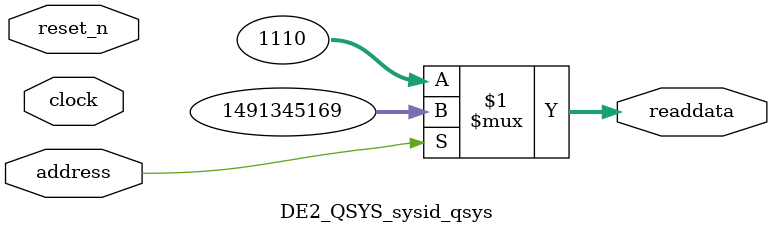
<source format=v>

`timescale 1ns / 1ps
// synthesis translate_on

// turn off superfluous verilog processor warnings 
// altera message_level Level1 
// altera message_off 10034 10035 10036 10037 10230 10240 10030 

module DE2_QSYS_sysid_qsys (
               // inputs:
                address,
                clock,
                reset_n,

               // outputs:
                readdata
             )
;

  output  [ 31: 0] readdata;
  input            address;
  input            clock;
  input            reset_n;

  wire    [ 31: 0] readdata;
  //control_slave, which is an e_avalon_slave
  assign readdata = address ? 1491345169 : 1110;

endmodule




</source>
